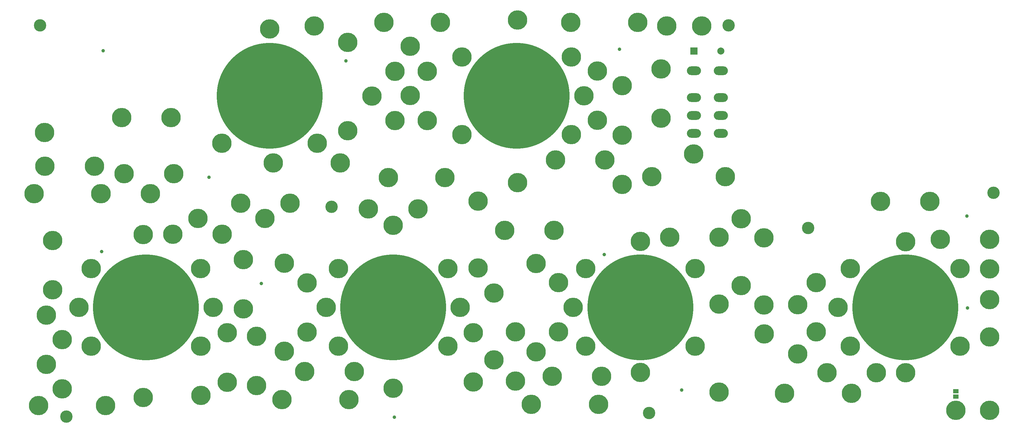
<source format=gts>
G04 #@! TF.FileFunction,Soldermask,Top*
%FSLAX46Y46*%
G04 Gerber Fmt 4.6, Leading zero omitted, Abs format (unit mm)*
G04 Created by KiCad (PCBNEW 4.0.7+dfsg1-1) date Sat Dec  2 13:30:58 2017*
%MOMM*%
%LPD*%
G01*
G04 APERTURE LIST*
%ADD10C,0.100000*%
%ADD11C,3.500000*%
%ADD12C,1.000000*%
%ADD13C,5.500000*%
%ADD14C,30.000000*%
%ADD15R,2.000000X2.000000*%
%ADD16C,2.000000*%
%ADD17O,4.000000X2.500000*%
%ADD18R,1.600200X1.168400*%
G04 APERTURE END LIST*
D10*
D11*
X292500000Y-162500000D03*
X247500000Y-215000000D03*
X157607000Y-156514800D03*
X82500000Y-216000000D03*
X75000000Y-105000000D03*
X270000000Y-105000000D03*
D12*
X92430600Y-169214800D03*
X337616800Y-185242200D03*
X337464400Y-159156400D03*
X234746800Y-170078400D03*
X122834400Y-148132800D03*
X92913200Y-112191800D03*
X239141000Y-111785400D03*
X161671000Y-115138200D03*
X137693400Y-178282600D03*
X175387000Y-216230200D03*
X256743200Y-208457800D03*
D13*
X194500000Y-114000000D03*
X225500000Y-136000000D03*
D14*
X210000000Y-125000000D03*
D13*
X194500000Y-136000000D03*
X225500000Y-114000000D03*
X229000000Y-125000000D03*
X162128200Y-109877200D03*
X162128200Y-134877200D03*
X229500000Y-174000000D03*
X226000000Y-185000000D03*
X260500000Y-196000000D03*
D14*
X245000000Y-185000000D03*
D13*
X229500000Y-196000000D03*
X260500000Y-174000000D03*
X304500000Y-174000000D03*
X301000000Y-185000000D03*
X335500000Y-196000000D03*
D14*
X320000000Y-185000000D03*
D13*
X304500000Y-196000000D03*
X335500000Y-174000000D03*
X250875800Y-117373400D03*
X250875800Y-131373400D03*
X233147000Y-212534500D03*
X214147000Y-212534500D03*
X304800000Y-209423000D03*
X285800000Y-209423000D03*
X334391000Y-214249000D03*
X199034400Y-154888800D03*
X199034400Y-173888800D03*
X173687200Y-148183600D03*
X189687200Y-148183600D03*
X112090200Y-131165600D03*
X98090200Y-131165600D03*
X245046500Y-166306500D03*
X245046500Y-203506500D03*
X175006000Y-161775200D03*
X175006000Y-207975200D03*
X104203500Y-164380500D03*
X104203500Y-210580500D03*
D15*
X260159500Y-112331500D03*
D16*
X267779500Y-112331500D03*
D17*
X267779500Y-135699500D03*
X267779500Y-130619500D03*
X267779500Y-117919500D03*
X260159500Y-117919500D03*
X260159500Y-130619500D03*
X260159500Y-135699500D03*
X260159500Y-125539500D03*
X267779500Y-125539500D03*
D13*
X252476000Y-105206800D03*
X262407400Y-105156000D03*
X260096000Y-141478000D03*
X152679400Y-105181400D03*
X206599000Y-163169600D03*
X220599000Y-163169600D03*
X131821400Y-155448000D03*
X145821400Y-155448000D03*
X253286500Y-165100000D03*
X267286500Y-165100000D03*
X232816400Y-117968000D03*
X232816400Y-131968000D03*
X239826800Y-122139400D03*
X239826800Y-136139400D03*
X221805500Y-177990500D03*
X221805500Y-191990500D03*
X209677000Y-205960500D03*
X209677000Y-191960500D03*
X220012500Y-204597000D03*
X234012500Y-204597000D03*
X197675500Y-192199500D03*
X197675500Y-206199500D03*
X289560000Y-184277000D03*
X289560000Y-198277000D03*
X168016400Y-157073600D03*
X182016400Y-157073600D03*
X294830500Y-177990500D03*
X294830500Y-191990500D03*
X297863500Y-203581000D03*
X311863500Y-203581000D03*
X150622000Y-178074800D03*
X150622000Y-192074800D03*
X136296400Y-207202800D03*
X136296400Y-193202800D03*
X149972000Y-203200000D03*
X163972000Y-203200000D03*
X179806600Y-110906800D03*
X179806600Y-124906800D03*
X175539400Y-118069600D03*
X175539400Y-132069600D03*
X184632600Y-118018800D03*
X184632600Y-132018800D03*
X120548400Y-196047600D03*
X120548400Y-210047600D03*
X112583200Y-164312600D03*
X126583200Y-164312600D03*
X132562600Y-185496200D03*
X132562600Y-171496200D03*
X76784200Y-187244200D03*
X76784200Y-201244200D03*
X140000000Y-106000000D03*
X126500000Y-138500000D03*
X153500000Y-138500000D03*
D14*
X140000000Y-125000000D03*
D13*
X280098500Y-192595500D03*
D18*
X334391000Y-208788000D03*
X334391000Y-210312000D03*
D13*
X280035000Y-165315500D03*
X280035000Y-184315500D03*
X215455500Y-172612000D03*
X215455500Y-197612000D03*
X203581000Y-180936500D03*
X203581000Y-199936500D03*
X144221200Y-172513600D03*
X144221200Y-197513600D03*
X343916000Y-193449000D03*
X343916000Y-214249000D03*
X269036800Y-147980400D03*
X248236800Y-147980400D03*
X162509600Y-211226400D03*
X143509600Y-211226400D03*
X119709800Y-159816800D03*
X138709800Y-159816800D03*
X160020000Y-144068800D03*
X141020000Y-144068800D03*
X93599000Y-212852000D03*
X74599000Y-212852000D03*
X92325776Y-152748532D03*
X73325776Y-152748532D03*
X320167000Y-166381000D03*
X320167000Y-203581000D03*
X210235800Y-103482200D03*
X210235800Y-149682200D03*
X343916000Y-174117000D03*
X343916000Y-182816500D03*
X76301600Y-135407400D03*
X329931000Y-165735000D03*
X343931000Y-165735000D03*
X220965000Y-143230600D03*
X234965000Y-143230600D03*
X239826800Y-136139400D03*
X239826800Y-150139400D03*
X81254600Y-208168000D03*
X81254600Y-194168000D03*
X127990600Y-192252600D03*
X127990600Y-206252600D03*
X78587600Y-166075600D03*
X78587600Y-180075600D03*
X112827776Y-147109732D03*
X98827776Y-147109732D03*
X90384576Y-144976132D03*
X76384576Y-144976132D03*
X106223776Y-152799332D03*
X92223776Y-152799332D03*
X312976500Y-154940000D03*
X326976500Y-154940000D03*
X172366400Y-104190800D03*
X188366400Y-104190800D03*
X159500000Y-174000000D03*
X156000000Y-185000000D03*
X190500000Y-196000000D03*
D14*
X175000000Y-185000000D03*
D13*
X159500000Y-196000000D03*
X190500000Y-174000000D03*
X194000000Y-185000000D03*
X89500000Y-174000000D03*
X86000000Y-185000000D03*
X120500000Y-196000000D03*
D14*
X105000000Y-185000000D03*
D13*
X89500000Y-196000000D03*
X120500000Y-174000000D03*
X124000000Y-185000000D03*
X267335000Y-184086500D03*
X267335000Y-209086500D03*
X273558000Y-178879500D03*
X273558000Y-159879500D03*
X244271800Y-104165400D03*
X225271800Y-104165400D03*
D11*
X345000000Y-152500000D03*
D13*
X168960800Y-125095000D03*
M02*

</source>
